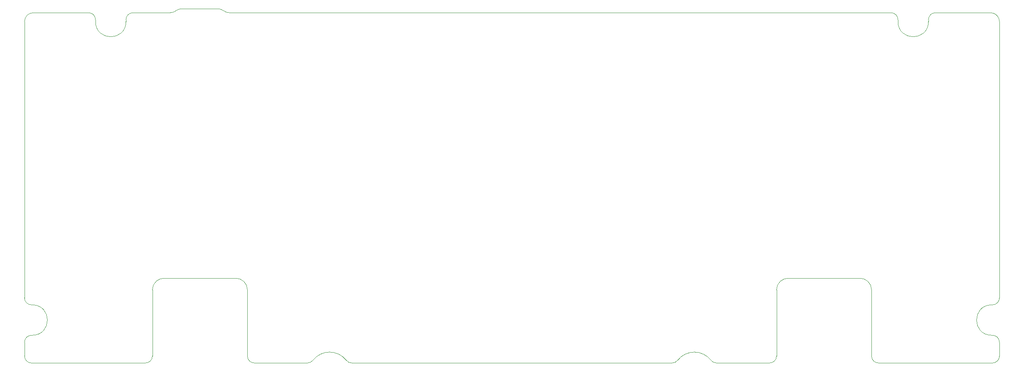
<source format=gbr>
%TF.GenerationSoftware,KiCad,Pcbnew,(7.0.0)*%
%TF.CreationDate,2024-01-16T08:23:08+01:00*%
%TF.ProjectId,travaulta WKL,74726176-6175-46c7-9461-20574b4c2e6b,rev?*%
%TF.SameCoordinates,Original*%
%TF.FileFunction,Profile,NP*%
%FSLAX46Y46*%
G04 Gerber Fmt 4.6, Leading zero omitted, Abs format (unit mm)*
G04 Created by KiCad (PCBNEW (7.0.0)) date 2024-01-16 08:23:08*
%MOMM*%
%LPD*%
G01*
G04 APERTURE LIST*
%TA.AperFunction,Profile*%
%ADD10C,0.050000*%
%TD*%
G04 APERTURE END LIST*
D10*
X239700000Y-48250000D02*
G75*
G03*
X238200000Y-49750000I0J-1500000D01*
G01*
X45075000Y-109259000D02*
G75*
G03*
X46575000Y-110759000I1500000J0D01*
G01*
X87605918Y-47827380D02*
G75*
G03*
X88835496Y-48250000I1229582J1577380D01*
G01*
X74900000Y-105050000D02*
X90200000Y-105050000D01*
X251734375Y-110759000D02*
G75*
G03*
X251734375Y-117259000I25J-3250000D01*
G01*
X251734375Y-110759000D02*
X251875000Y-110759000D01*
X226050000Y-107550000D02*
X226050000Y-121700000D01*
X74900000Y-105050000D02*
G75*
G03*
X72400000Y-107550000I0J-2500000D01*
G01*
X251875000Y-123200000D02*
G75*
G03*
X253375000Y-121700000I0J1500000D01*
G01*
X105515625Y-123199979D02*
G75*
G03*
X106703125Y-122616430I75J1499879D01*
G01*
X46716000Y-117259000D02*
G75*
G03*
X46716000Y-110759000I0J3250000D01*
G01*
X113828124Y-122616430D02*
G75*
G03*
X106703126Y-122616430I-3562499J-2749291D01*
G01*
X253375000Y-50150000D02*
G75*
G03*
X251475000Y-48250000I-1900000J0D01*
G01*
X76221573Y-48250000D02*
X68250000Y-48250000D01*
X231700000Y-50150000D02*
X231700000Y-49750000D01*
X253375000Y-109259000D02*
X253375000Y-50150000D01*
X92700000Y-121700000D02*
G75*
G03*
X94200000Y-123200000I1500000J0D01*
G01*
X60250000Y-50150000D02*
G75*
G03*
X66750000Y-50150000I3250000J0D01*
G01*
X191746860Y-122616442D02*
G75*
G03*
X192934375Y-123200000I1187540J916542D01*
G01*
X60250000Y-49750000D02*
G75*
G03*
X58750000Y-48250000I-1500000J0D01*
G01*
X46575000Y-110759000D02*
X46716000Y-110759000D01*
X231700000Y-49750000D02*
G75*
G03*
X230200000Y-48250000I-1500000J0D01*
G01*
X115015625Y-123200000D02*
X183434375Y-123200000D01*
X226050000Y-121700000D02*
G75*
G03*
X227550000Y-123200000I1500000J0D01*
G01*
X183434375Y-123200020D02*
G75*
G03*
X184621875Y-122616430I-75J1500120D01*
G01*
X191746874Y-122616430D02*
G75*
G03*
X184621876Y-122616430I-3562499J-2749291D01*
G01*
X251875000Y-110759000D02*
G75*
G03*
X253375000Y-109259000I0J1500000D01*
G01*
X208250000Y-105050000D02*
G75*
G03*
X205750000Y-107550000I0J-2500000D01*
G01*
X70900000Y-123200000D02*
G75*
G03*
X72400000Y-121700000I0J1500000D01*
G01*
X78680733Y-47404773D02*
G75*
G03*
X77451153Y-47827382I67J-2000227D01*
G01*
X227550000Y-123200000D02*
X251875000Y-123200000D01*
X46975000Y-48250000D02*
G75*
G03*
X45075000Y-50150000I0J-1900000D01*
G01*
X86376336Y-47404763D02*
X78680733Y-47404763D01*
X76221573Y-48250023D02*
G75*
G03*
X77451152Y-47827381I-73J2000123D01*
G01*
X199934375Y-123200000D02*
X204250000Y-123200000D01*
X60250000Y-50150000D02*
X60250000Y-49750000D01*
X92700000Y-107550000D02*
X92700000Y-121700000D01*
X94200000Y-123200000D02*
X98515625Y-123200000D01*
X208250000Y-105050000D02*
X223550000Y-105050000D01*
X253375000Y-118759000D02*
G75*
G03*
X251875000Y-117259000I-1500000J0D01*
G01*
X231700000Y-50150000D02*
G75*
G03*
X238200000Y-50150000I3250000J0D01*
G01*
X204250000Y-123200000D02*
G75*
G03*
X205750000Y-121700000I0J1500000D01*
G01*
X113828140Y-122616418D02*
G75*
G03*
X115015625Y-123200000I1187460J916318D01*
G01*
X192934375Y-123200000D02*
X199934375Y-123200000D01*
X46575000Y-123200000D02*
X70900000Y-123200000D01*
X238200000Y-49750000D02*
X238200000Y-50150000D01*
X98515625Y-123200000D02*
X105515625Y-123200000D01*
X66750000Y-49750000D02*
X66750000Y-50150000D01*
X87605921Y-47827376D02*
G75*
G03*
X86376336Y-47404763I-1229621J-1577524D01*
G01*
X45075000Y-118759000D02*
X45075000Y-121700000D01*
X230200000Y-48250000D02*
X88835496Y-48250000D01*
X251875000Y-117259000D02*
X251734375Y-117259000D01*
X251475000Y-48250000D02*
X239700000Y-48250000D01*
X45075000Y-50150000D02*
X45075000Y-109259000D01*
X92700000Y-107550000D02*
G75*
G03*
X90200000Y-105050000I-2500000J0D01*
G01*
X46575000Y-117259000D02*
G75*
G03*
X45075000Y-118759000I0J-1500000D01*
G01*
X46716000Y-117259000D02*
X46575000Y-117259000D01*
X226050000Y-107550000D02*
G75*
G03*
X223550000Y-105050000I-2500000J0D01*
G01*
X205750000Y-121700000D02*
X205750000Y-107550000D01*
X72400000Y-121700000D02*
X72400000Y-107550000D01*
X253375000Y-121700000D02*
X253375000Y-118759000D01*
X45075000Y-121700000D02*
G75*
G03*
X46575000Y-123200000I1500000J0D01*
G01*
X68250000Y-48250000D02*
G75*
G03*
X66750000Y-49750000I0J-1500000D01*
G01*
X58750000Y-48250000D02*
X46975000Y-48250000D01*
M02*

</source>
